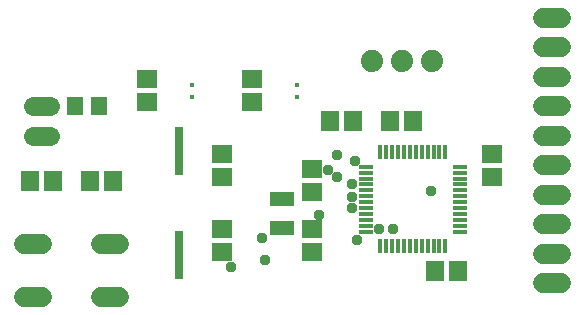
<source format=gbr>
G04 EAGLE Gerber RS-274X export*
G75*
%MOMM*%
%FSLAX34Y34*%
%LPD*%
%INSoldermask Top*%
%IPPOS*%
%AMOC8*
5,1,8,0,0,1.08239X$1,22.5*%
G01*
%ADD10R,1.703200X1.503200*%
%ADD11R,1.503200X1.703200*%
%ADD12C,1.625600*%
%ADD13R,1.403200X1.503200*%
%ADD14R,0.350000X0.375000*%
%ADD15C,1.727200*%
%ADD16C,1.879600*%
%ADD17R,1.203200X0.423200*%
%ADD18R,0.423200X1.203200*%
%ADD19R,0.703200X4.113200*%
%ADD20R,2.003200X1.203200*%
%ADD21C,0.959600*%


D10*
X520700Y415900D03*
X520700Y396900D03*
X520700Y447700D03*
X520700Y466700D03*
D11*
X644500Y381000D03*
X625500Y381000D03*
D10*
X673100Y479400D03*
X673100Y460400D03*
D11*
X587400Y508000D03*
X606400Y508000D03*
D10*
X444500Y396900D03*
X444500Y415900D03*
X444500Y460400D03*
X444500Y479400D03*
D12*
X299212Y495300D02*
X284988Y495300D01*
X284988Y520700D02*
X299212Y520700D01*
D13*
X320040Y520700D03*
X340360Y520700D03*
D14*
X508000Y538525D03*
X508000Y528275D03*
X419100Y538525D03*
X419100Y528275D03*
D15*
X716280Y545100D02*
X731520Y545100D01*
X731520Y520100D02*
X716280Y520100D01*
X716280Y420100D02*
X731520Y420100D01*
X731520Y495100D02*
X716280Y495100D01*
X716280Y470100D02*
X731520Y470100D01*
X731520Y445100D02*
X716280Y445100D01*
X716280Y395100D02*
X731520Y395100D01*
X731520Y370100D02*
X716280Y370100D01*
X716280Y570100D02*
X731520Y570100D01*
X731520Y595100D02*
X716280Y595100D01*
D11*
X282600Y457200D03*
X301600Y457200D03*
X333400Y457200D03*
X352400Y457200D03*
X555600Y508000D03*
X536600Y508000D03*
D10*
X469900Y523900D03*
X469900Y542900D03*
X381000Y523900D03*
X381000Y542900D03*
D15*
X292608Y403606D02*
X277368Y403606D01*
X277368Y358394D02*
X292608Y358394D01*
X342392Y403606D02*
X357632Y403606D01*
X357632Y358394D02*
X342392Y358394D01*
D16*
X596900Y558800D03*
X622300Y558800D03*
X571500Y558800D03*
D17*
X566500Y468900D03*
X566500Y463900D03*
X566500Y458900D03*
X566500Y453900D03*
X566500Y448900D03*
X566500Y443900D03*
X566500Y438900D03*
X566500Y433900D03*
X566500Y428900D03*
X566500Y423900D03*
X566500Y418900D03*
X566500Y413900D03*
D18*
X579000Y401400D03*
X584000Y401400D03*
X589000Y401400D03*
X594000Y401400D03*
X599000Y401400D03*
X604000Y401400D03*
X609000Y401400D03*
X614000Y401400D03*
X619000Y401400D03*
X624000Y401400D03*
X629000Y401400D03*
X634000Y401400D03*
D17*
X646500Y413900D03*
X646500Y418900D03*
X646500Y423900D03*
X646500Y428900D03*
X646500Y433900D03*
X646500Y438900D03*
X646500Y443900D03*
X646500Y448900D03*
X646500Y453900D03*
X646500Y458900D03*
X646500Y463900D03*
X646500Y468900D03*
D18*
X634000Y481400D03*
X629000Y481400D03*
X624000Y481400D03*
X619000Y481400D03*
X614000Y481400D03*
X609000Y481400D03*
X604000Y481400D03*
X599000Y481400D03*
X594000Y481400D03*
X589000Y481400D03*
X584000Y481400D03*
X579000Y481400D03*
D19*
X408800Y394000D03*
X408800Y482000D03*
D20*
X495300Y416800D03*
X495300Y441800D03*
D21*
X621792Y448056D03*
X534924Y466344D03*
X577596Y416052D03*
X478536Y408432D03*
X559308Y406908D03*
X481584Y390144D03*
X554736Y434340D03*
X589788Y416052D03*
X452628Y384048D03*
X554736Y443484D03*
X542544Y478536D03*
X557784Y473964D03*
X527304Y428244D03*
X554736Y454152D03*
X542544Y460248D03*
M02*

</source>
